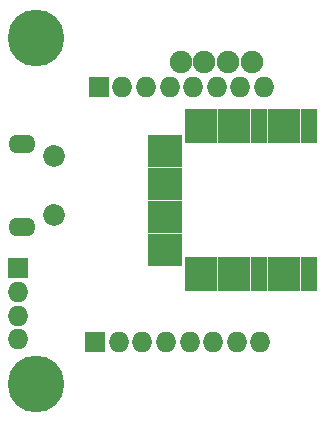
<source format=gbr>
G04 #@! TF.GenerationSoftware,KiCad,Pcbnew,no-vcs-found-33e0758~58~ubuntu16.04.1*
G04 #@! TF.CreationDate,2018-02-07T18:59:58+01:00*
G04 #@! TF.ProjectId,ultrawidebridge,756C747261776964656272696467652E,rev?*
G04 #@! TF.FileFunction,Soldermask,Bot*
G04 #@! TF.FilePolarity,Negative*
%FSLAX46Y46*%
G04 Gerber Fmt 4.6, Leading zero omitted, Abs format (unit mm)*
G04 Created by KiCad (PCBNEW no-vcs-found-33e0758~58~ubuntu16.04.1) date Wed Feb  7 18:59:58 2018*
%MOMM*%
%LPD*%
G01*
G04 APERTURE LIST*
%ADD10C,0.100000*%
%ADD11C,1.900000*%
%ADD12C,4.800000*%
%ADD13R,1.400000X2.850000*%
%ADD14R,2.850000X1.400000*%
%ADD15C,1.850000*%
%ADD16O,2.300000X1.600000*%
%ADD17O,1.750000X1.750000*%
%ADD18R,1.750000X1.750000*%
G04 APERTURE END LIST*
D10*
D11*
X174500000Y-117500000D03*
X180500000Y-117500000D03*
X178500000Y-117500000D03*
D12*
X162250000Y-144750000D03*
D13*
X185325000Y-135500000D03*
X183925000Y-135500000D03*
X182525000Y-135500000D03*
X181125000Y-135500000D03*
X179725000Y-135500000D03*
X178325000Y-135500000D03*
X176925000Y-135500000D03*
X175525000Y-135500000D03*
D14*
X173125000Y-134150000D03*
X173125000Y-132750000D03*
X173125000Y-131350000D03*
X173125000Y-129950000D03*
X173125000Y-128550000D03*
X173125000Y-127150000D03*
X173125000Y-125750000D03*
X173125000Y-124350000D03*
D13*
X175525000Y-122950000D03*
X176925000Y-122950000D03*
X178325000Y-122950000D03*
X179725000Y-122950000D03*
X181125000Y-122950000D03*
X182525000Y-122950000D03*
X183925000Y-122950000D03*
X185325000Y-122950000D03*
D15*
X163750000Y-125500000D03*
X163750000Y-130500000D03*
D16*
X161050000Y-124500000D03*
X161050000Y-131500000D03*
D17*
X181550000Y-119600000D03*
X179550000Y-119600000D03*
X177550000Y-119600000D03*
X175550000Y-119600000D03*
X173550000Y-119600000D03*
X171550000Y-119600000D03*
X169550000Y-119600000D03*
D18*
X167550000Y-119600000D03*
D17*
X181250000Y-141250000D03*
X179250000Y-141250000D03*
X177250000Y-141250000D03*
X175250000Y-141250000D03*
X173250000Y-141250000D03*
X171250000Y-141250000D03*
X169250000Y-141250000D03*
D18*
X167250000Y-141250000D03*
D17*
X160750000Y-141000000D03*
X160750000Y-139000000D03*
X160750000Y-137000000D03*
D18*
X160750000Y-135000000D03*
D12*
X162250000Y-115500000D03*
D11*
X176500000Y-117500000D03*
M02*

</source>
